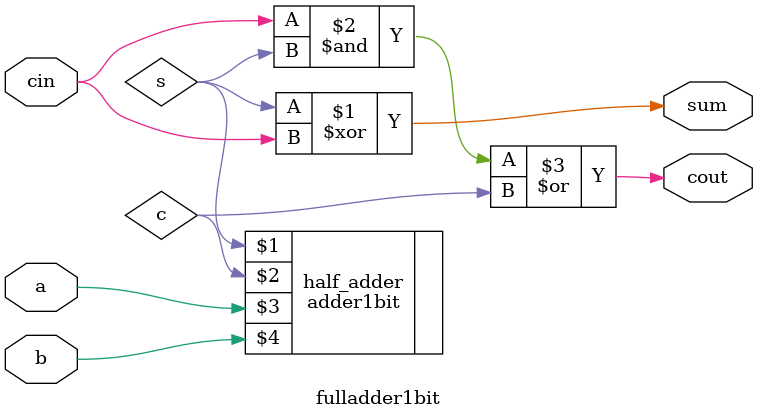
<source format=v>
`include "adder1bit.v"
module fulladder1bit(sum,cout,a,b,cin);
	input a,b,cin;
	output sum,cout;
	wire s,c;
	adder1bit half_adder(s,c,a,b);
	//s=a^b
	//c=a&b
	assign sum=s^cin;
	assign cout=cin&s|c;
endmodule
</source>
